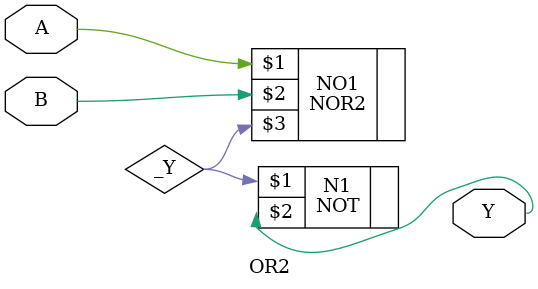
<source format=v>
`timescale 1ns / 1ps


module OR2(
    input A, B,
    output Y
    );
    
    wire _Y;
    
    NOR2 NO1 (A, B, _Y);
    NOT N1 (_Y, Y);
endmodule

</source>
